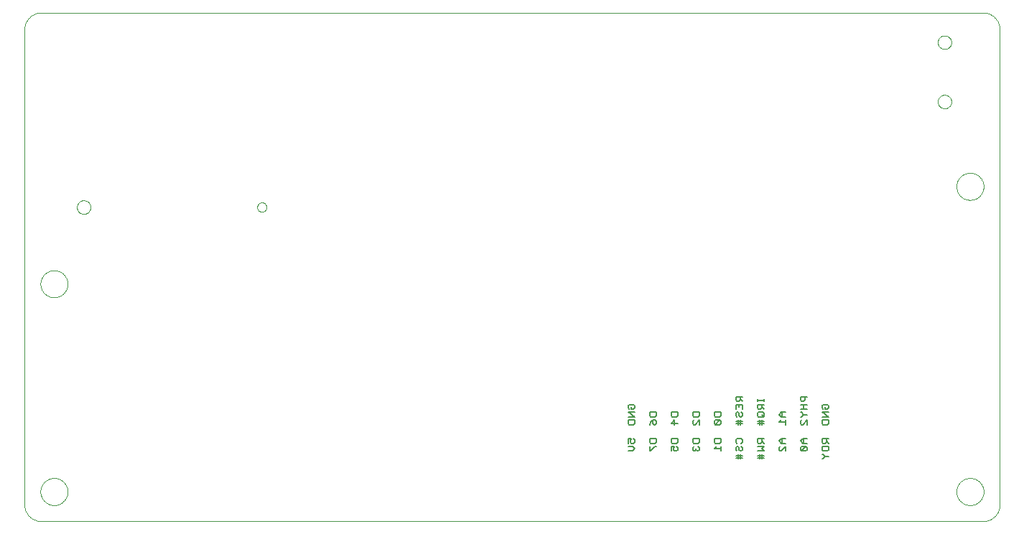
<source format=gbo>
G75*
%MOMM*%
%OFA0B0*%
%FSLAX33Y33*%
%IPPOS*%
%LPD*%
%AMOC8*
5,1,8,0,0,1.08239X$1,22.5*
%
%ADD10C,0.000*%
%ADD11C,0.203*%
D10*
X02354Y00354D02*
X113354Y00354D01*
X113441Y00356D01*
X113528Y00362D01*
X113615Y00371D01*
X113701Y00384D01*
X113787Y00401D01*
X113872Y00422D01*
X113955Y00447D01*
X114038Y00475D01*
X114119Y00506D01*
X114199Y00541D01*
X114277Y00580D01*
X114354Y00622D01*
X114429Y00667D01*
X114501Y00716D01*
X114572Y00767D01*
X114640Y00822D01*
X114705Y00879D01*
X114768Y00940D01*
X114829Y01003D01*
X114886Y01068D01*
X114941Y01136D01*
X114992Y01207D01*
X115041Y01279D01*
X115086Y01354D01*
X115128Y01431D01*
X115167Y01509D01*
X115202Y01589D01*
X115233Y01670D01*
X115261Y01753D01*
X115286Y01836D01*
X115307Y01921D01*
X115324Y02007D01*
X115337Y02093D01*
X115346Y02180D01*
X115352Y02267D01*
X115354Y02354D01*
X115354Y58354D01*
X115352Y58441D01*
X115346Y58528D01*
X115337Y58615D01*
X115324Y58701D01*
X115307Y58787D01*
X115286Y58872D01*
X115261Y58955D01*
X115233Y59038D01*
X115202Y59119D01*
X115167Y59199D01*
X115128Y59277D01*
X115086Y59354D01*
X115041Y59429D01*
X114992Y59501D01*
X114941Y59572D01*
X114886Y59640D01*
X114829Y59705D01*
X114768Y59768D01*
X114705Y59829D01*
X114640Y59886D01*
X114572Y59941D01*
X114501Y59992D01*
X114429Y60041D01*
X114354Y60086D01*
X114277Y60128D01*
X114199Y60167D01*
X114119Y60202D01*
X114038Y60233D01*
X113955Y60261D01*
X113872Y60286D01*
X113787Y60307D01*
X113701Y60324D01*
X113615Y60337D01*
X113528Y60346D01*
X113441Y60352D01*
X113354Y60354D01*
X02354Y60354D01*
X02267Y60352D01*
X02180Y60346D01*
X02093Y60337D01*
X02007Y60324D01*
X01921Y60307D01*
X01836Y60286D01*
X01753Y60261D01*
X01670Y60233D01*
X01589Y60202D01*
X01509Y60167D01*
X01431Y60128D01*
X01354Y60086D01*
X01279Y60041D01*
X01207Y59992D01*
X01136Y59941D01*
X01068Y59886D01*
X01003Y59829D01*
X00940Y59768D01*
X00879Y59705D01*
X00822Y59640D01*
X00767Y59572D01*
X00716Y59501D01*
X00667Y59429D01*
X00622Y59354D01*
X00580Y59277D01*
X00541Y59199D01*
X00506Y59119D01*
X00475Y59038D01*
X00447Y58955D01*
X00422Y58872D01*
X00401Y58787D01*
X00384Y58701D01*
X00371Y58615D01*
X00362Y58528D01*
X00356Y58441D01*
X00354Y58354D01*
X00354Y02354D01*
X00356Y02267D01*
X00362Y02180D01*
X00371Y02093D01*
X00384Y02007D01*
X00401Y01921D01*
X00422Y01836D01*
X00447Y01753D01*
X00475Y01670D01*
X00506Y01589D01*
X00541Y01509D01*
X00580Y01431D01*
X00622Y01354D01*
X00667Y01279D01*
X00716Y01207D01*
X00767Y01136D01*
X00822Y01068D01*
X00879Y01003D01*
X00940Y00940D01*
X01003Y00879D01*
X01068Y00822D01*
X01136Y00767D01*
X01207Y00716D01*
X01279Y00667D01*
X01354Y00622D01*
X01431Y00580D01*
X01509Y00541D01*
X01589Y00506D01*
X01670Y00475D01*
X01753Y00447D01*
X01836Y00422D01*
X01921Y00401D01*
X02007Y00384D01*
X02093Y00371D01*
X02180Y00362D01*
X02267Y00356D01*
X02354Y00354D01*
X02254Y03854D02*
X02256Y03934D01*
X02262Y04013D01*
X02272Y04092D01*
X02286Y04171D01*
X02303Y04249D01*
X02325Y04326D01*
X02350Y04401D01*
X02380Y04475D01*
X02412Y04548D01*
X02449Y04619D01*
X02489Y04688D01*
X02532Y04755D01*
X02579Y04820D01*
X02628Y04882D01*
X02681Y04942D01*
X02737Y04999D01*
X02795Y05054D01*
X02856Y05105D01*
X02920Y05153D01*
X02986Y05198D01*
X03054Y05240D01*
X03124Y05278D01*
X03196Y05312D01*
X03269Y05343D01*
X03344Y05371D01*
X03421Y05394D01*
X03498Y05414D01*
X03576Y05430D01*
X03655Y05442D01*
X03734Y05450D01*
X03814Y05454D01*
X03894Y05454D01*
X03974Y05450D01*
X04053Y05442D01*
X04132Y05430D01*
X04210Y05414D01*
X04287Y05394D01*
X04364Y05371D01*
X04439Y05343D01*
X04512Y05312D01*
X04584Y05278D01*
X04654Y05240D01*
X04722Y05198D01*
X04788Y05153D01*
X04852Y05105D01*
X04913Y05054D01*
X04971Y04999D01*
X05027Y04942D01*
X05080Y04882D01*
X05129Y04820D01*
X05176Y04755D01*
X05219Y04688D01*
X05259Y04619D01*
X05296Y04548D01*
X05328Y04475D01*
X05358Y04401D01*
X05383Y04326D01*
X05405Y04249D01*
X05422Y04171D01*
X05436Y04092D01*
X05446Y04013D01*
X05452Y03934D01*
X05454Y03854D01*
X05452Y03774D01*
X05446Y03695D01*
X05436Y03616D01*
X05422Y03537D01*
X05405Y03459D01*
X05383Y03382D01*
X05358Y03307D01*
X05328Y03233D01*
X05296Y03160D01*
X05259Y03089D01*
X05219Y03020D01*
X05176Y02953D01*
X05129Y02888D01*
X05080Y02826D01*
X05027Y02766D01*
X04971Y02709D01*
X04913Y02654D01*
X04852Y02603D01*
X04788Y02555D01*
X04722Y02510D01*
X04654Y02468D01*
X04584Y02430D01*
X04512Y02396D01*
X04439Y02365D01*
X04364Y02337D01*
X04287Y02314D01*
X04210Y02294D01*
X04132Y02278D01*
X04053Y02266D01*
X03974Y02258D01*
X03894Y02254D01*
X03814Y02254D01*
X03734Y02258D01*
X03655Y02266D01*
X03576Y02278D01*
X03498Y02294D01*
X03421Y02314D01*
X03344Y02337D01*
X03269Y02365D01*
X03196Y02396D01*
X03124Y02430D01*
X03054Y02468D01*
X02986Y02510D01*
X02920Y02555D01*
X02856Y02603D01*
X02795Y02654D01*
X02737Y02709D01*
X02681Y02766D01*
X02628Y02826D01*
X02579Y02888D01*
X02532Y02953D01*
X02489Y03020D01*
X02449Y03089D01*
X02412Y03160D01*
X02380Y03233D01*
X02350Y03307D01*
X02325Y03382D01*
X02303Y03459D01*
X02286Y03537D01*
X02272Y03616D01*
X02262Y03695D01*
X02256Y03774D01*
X02254Y03854D01*
X02254Y28354D02*
X02256Y28434D01*
X02262Y28513D01*
X02272Y28592D01*
X02286Y28671D01*
X02303Y28749D01*
X02325Y28826D01*
X02350Y28901D01*
X02380Y28975D01*
X02412Y29048D01*
X02449Y29119D01*
X02489Y29188D01*
X02532Y29255D01*
X02579Y29320D01*
X02628Y29382D01*
X02681Y29442D01*
X02737Y29499D01*
X02795Y29554D01*
X02856Y29605D01*
X02920Y29653D01*
X02986Y29698D01*
X03054Y29740D01*
X03124Y29778D01*
X03196Y29812D01*
X03269Y29843D01*
X03344Y29871D01*
X03421Y29894D01*
X03498Y29914D01*
X03576Y29930D01*
X03655Y29942D01*
X03734Y29950D01*
X03814Y29954D01*
X03894Y29954D01*
X03974Y29950D01*
X04053Y29942D01*
X04132Y29930D01*
X04210Y29914D01*
X04287Y29894D01*
X04364Y29871D01*
X04439Y29843D01*
X04512Y29812D01*
X04584Y29778D01*
X04654Y29740D01*
X04722Y29698D01*
X04788Y29653D01*
X04852Y29605D01*
X04913Y29554D01*
X04971Y29499D01*
X05027Y29442D01*
X05080Y29382D01*
X05129Y29320D01*
X05176Y29255D01*
X05219Y29188D01*
X05259Y29119D01*
X05296Y29048D01*
X05328Y28975D01*
X05358Y28901D01*
X05383Y28826D01*
X05405Y28749D01*
X05422Y28671D01*
X05436Y28592D01*
X05446Y28513D01*
X05452Y28434D01*
X05454Y28354D01*
X05452Y28274D01*
X05446Y28195D01*
X05436Y28116D01*
X05422Y28037D01*
X05405Y27959D01*
X05383Y27882D01*
X05358Y27807D01*
X05328Y27733D01*
X05296Y27660D01*
X05259Y27589D01*
X05219Y27520D01*
X05176Y27453D01*
X05129Y27388D01*
X05080Y27326D01*
X05027Y27266D01*
X04971Y27209D01*
X04913Y27154D01*
X04852Y27103D01*
X04788Y27055D01*
X04722Y27010D01*
X04654Y26968D01*
X04584Y26930D01*
X04512Y26896D01*
X04439Y26865D01*
X04364Y26837D01*
X04287Y26814D01*
X04210Y26794D01*
X04132Y26778D01*
X04053Y26766D01*
X03974Y26758D01*
X03894Y26754D01*
X03814Y26754D01*
X03734Y26758D01*
X03655Y26766D01*
X03576Y26778D01*
X03498Y26794D01*
X03421Y26814D01*
X03344Y26837D01*
X03269Y26865D01*
X03196Y26896D01*
X03124Y26930D01*
X03054Y26968D01*
X02986Y27010D01*
X02920Y27055D01*
X02856Y27103D01*
X02795Y27154D01*
X02737Y27209D01*
X02681Y27266D01*
X02628Y27326D01*
X02579Y27388D01*
X02532Y27453D01*
X02489Y27520D01*
X02449Y27589D01*
X02412Y27660D01*
X02380Y27733D01*
X02350Y27807D01*
X02325Y27882D01*
X02303Y27959D01*
X02286Y28037D01*
X02272Y28116D01*
X02262Y28195D01*
X02256Y28274D01*
X02254Y28354D01*
X06554Y37404D02*
X06556Y37460D01*
X06562Y37517D01*
X06572Y37572D01*
X06586Y37627D01*
X06603Y37681D01*
X06625Y37733D01*
X06650Y37783D01*
X06678Y37832D01*
X06710Y37879D01*
X06745Y37923D01*
X06783Y37965D01*
X06824Y38004D01*
X06868Y38039D01*
X06914Y38072D01*
X06962Y38101D01*
X07012Y38127D01*
X07064Y38150D01*
X07118Y38168D01*
X07172Y38183D01*
X07227Y38194D01*
X07283Y38201D01*
X07340Y38204D01*
X07396Y38203D01*
X07453Y38198D01*
X07508Y38189D01*
X07563Y38176D01*
X07617Y38159D01*
X07670Y38139D01*
X07721Y38115D01*
X07770Y38087D01*
X07817Y38056D01*
X07862Y38022D01*
X07905Y37984D01*
X07944Y37944D01*
X07981Y37901D01*
X08014Y37856D01*
X08044Y37808D01*
X08071Y37758D01*
X08094Y37707D01*
X08114Y37654D01*
X08130Y37600D01*
X08142Y37544D01*
X08150Y37489D01*
X08154Y37432D01*
X08154Y37376D01*
X08150Y37319D01*
X08142Y37264D01*
X08130Y37208D01*
X08114Y37154D01*
X08094Y37101D01*
X08071Y37050D01*
X08044Y37000D01*
X08014Y36952D01*
X07981Y36907D01*
X07944Y36864D01*
X07905Y36824D01*
X07862Y36786D01*
X07817Y36752D01*
X07770Y36721D01*
X07721Y36693D01*
X07670Y36669D01*
X07617Y36649D01*
X07563Y36632D01*
X07508Y36619D01*
X07453Y36610D01*
X07396Y36605D01*
X07340Y36604D01*
X07283Y36607D01*
X07227Y36614D01*
X07172Y36625D01*
X07118Y36640D01*
X07064Y36658D01*
X07012Y36681D01*
X06962Y36707D01*
X06914Y36736D01*
X06868Y36769D01*
X06824Y36804D01*
X06783Y36843D01*
X06745Y36885D01*
X06710Y36929D01*
X06678Y36976D01*
X06650Y37025D01*
X06625Y37075D01*
X06603Y37127D01*
X06586Y37181D01*
X06572Y37236D01*
X06562Y37291D01*
X06556Y37348D01*
X06554Y37404D01*
X27804Y37404D02*
X27806Y37451D01*
X27812Y37497D01*
X27822Y37543D01*
X27835Y37587D01*
X27853Y37631D01*
X27874Y37672D01*
X27898Y37712D01*
X27926Y37750D01*
X27957Y37785D01*
X27991Y37817D01*
X28027Y37846D01*
X28066Y37872D01*
X28106Y37895D01*
X28149Y37914D01*
X28193Y37930D01*
X28238Y37942D01*
X28284Y37950D01*
X28331Y37954D01*
X28377Y37954D01*
X28424Y37950D01*
X28470Y37942D01*
X28515Y37930D01*
X28559Y37914D01*
X28602Y37895D01*
X28642Y37872D01*
X28681Y37846D01*
X28717Y37817D01*
X28751Y37785D01*
X28782Y37750D01*
X28810Y37712D01*
X28834Y37672D01*
X28855Y37631D01*
X28873Y37587D01*
X28886Y37543D01*
X28896Y37497D01*
X28902Y37451D01*
X28904Y37404D01*
X28902Y37357D01*
X28896Y37311D01*
X28886Y37265D01*
X28873Y37221D01*
X28855Y37177D01*
X28834Y37136D01*
X28810Y37096D01*
X28782Y37058D01*
X28751Y37023D01*
X28717Y36991D01*
X28681Y36962D01*
X28642Y36936D01*
X28602Y36913D01*
X28559Y36894D01*
X28515Y36878D01*
X28470Y36866D01*
X28424Y36858D01*
X28377Y36854D01*
X28331Y36854D01*
X28284Y36858D01*
X28238Y36866D01*
X28193Y36878D01*
X28149Y36894D01*
X28106Y36913D01*
X28066Y36936D01*
X28027Y36962D01*
X27991Y36991D01*
X27957Y37023D01*
X27926Y37058D01*
X27898Y37096D01*
X27874Y37136D01*
X27853Y37177D01*
X27835Y37221D01*
X27822Y37265D01*
X27812Y37311D01*
X27806Y37357D01*
X27804Y37404D01*
X108054Y49854D02*
X108056Y49910D01*
X108062Y49967D01*
X108072Y50022D01*
X108086Y50077D01*
X108103Y50131D01*
X108125Y50183D01*
X108150Y50233D01*
X108178Y50282D01*
X108210Y50329D01*
X108245Y50373D01*
X108283Y50415D01*
X108324Y50454D01*
X108368Y50489D01*
X108414Y50522D01*
X108462Y50551D01*
X108512Y50577D01*
X108564Y50600D01*
X108618Y50618D01*
X108672Y50633D01*
X108727Y50644D01*
X108783Y50651D01*
X108840Y50654D01*
X108896Y50653D01*
X108953Y50648D01*
X109008Y50639D01*
X109063Y50626D01*
X109117Y50609D01*
X109170Y50589D01*
X109221Y50565D01*
X109270Y50537D01*
X109317Y50506D01*
X109362Y50472D01*
X109405Y50434D01*
X109444Y50394D01*
X109481Y50351D01*
X109514Y50306D01*
X109544Y50258D01*
X109571Y50208D01*
X109594Y50157D01*
X109614Y50104D01*
X109630Y50050D01*
X109642Y49994D01*
X109650Y49939D01*
X109654Y49882D01*
X109654Y49826D01*
X109650Y49769D01*
X109642Y49714D01*
X109630Y49658D01*
X109614Y49604D01*
X109594Y49551D01*
X109571Y49500D01*
X109544Y49450D01*
X109514Y49402D01*
X109481Y49357D01*
X109444Y49314D01*
X109405Y49274D01*
X109362Y49236D01*
X109317Y49202D01*
X109270Y49171D01*
X109221Y49143D01*
X109170Y49119D01*
X109117Y49099D01*
X109063Y49082D01*
X109008Y49069D01*
X108953Y49060D01*
X108896Y49055D01*
X108840Y49054D01*
X108783Y49057D01*
X108727Y49064D01*
X108672Y49075D01*
X108618Y49090D01*
X108564Y49108D01*
X108512Y49131D01*
X108462Y49157D01*
X108414Y49186D01*
X108368Y49219D01*
X108324Y49254D01*
X108283Y49293D01*
X108245Y49335D01*
X108210Y49379D01*
X108178Y49426D01*
X108150Y49475D01*
X108125Y49525D01*
X108103Y49577D01*
X108086Y49631D01*
X108072Y49686D01*
X108062Y49741D01*
X108056Y49798D01*
X108054Y49854D01*
X108054Y56854D02*
X108056Y56910D01*
X108062Y56967D01*
X108072Y57022D01*
X108086Y57077D01*
X108103Y57131D01*
X108125Y57183D01*
X108150Y57233D01*
X108178Y57282D01*
X108210Y57329D01*
X108245Y57373D01*
X108283Y57415D01*
X108324Y57454D01*
X108368Y57489D01*
X108414Y57522D01*
X108462Y57551D01*
X108512Y57577D01*
X108564Y57600D01*
X108618Y57618D01*
X108672Y57633D01*
X108727Y57644D01*
X108783Y57651D01*
X108840Y57654D01*
X108896Y57653D01*
X108953Y57648D01*
X109008Y57639D01*
X109063Y57626D01*
X109117Y57609D01*
X109170Y57589D01*
X109221Y57565D01*
X109270Y57537D01*
X109317Y57506D01*
X109362Y57472D01*
X109405Y57434D01*
X109444Y57394D01*
X109481Y57351D01*
X109514Y57306D01*
X109544Y57258D01*
X109571Y57208D01*
X109594Y57157D01*
X109614Y57104D01*
X109630Y57050D01*
X109642Y56994D01*
X109650Y56939D01*
X109654Y56882D01*
X109654Y56826D01*
X109650Y56769D01*
X109642Y56714D01*
X109630Y56658D01*
X109614Y56604D01*
X109594Y56551D01*
X109571Y56500D01*
X109544Y56450D01*
X109514Y56402D01*
X109481Y56357D01*
X109444Y56314D01*
X109405Y56274D01*
X109362Y56236D01*
X109317Y56202D01*
X109270Y56171D01*
X109221Y56143D01*
X109170Y56119D01*
X109117Y56099D01*
X109063Y56082D01*
X109008Y56069D01*
X108953Y56060D01*
X108896Y56055D01*
X108840Y56054D01*
X108783Y56057D01*
X108727Y56064D01*
X108672Y56075D01*
X108618Y56090D01*
X108564Y56108D01*
X108512Y56131D01*
X108462Y56157D01*
X108414Y56186D01*
X108368Y56219D01*
X108324Y56254D01*
X108283Y56293D01*
X108245Y56335D01*
X108210Y56379D01*
X108178Y56426D01*
X108150Y56475D01*
X108125Y56525D01*
X108103Y56577D01*
X108086Y56631D01*
X108072Y56686D01*
X108062Y56741D01*
X108056Y56798D01*
X108054Y56854D01*
X110254Y39854D02*
X110256Y39934D01*
X110262Y40013D01*
X110272Y40092D01*
X110286Y40171D01*
X110303Y40249D01*
X110325Y40326D01*
X110350Y40401D01*
X110380Y40475D01*
X110412Y40548D01*
X110449Y40619D01*
X110489Y40688D01*
X110532Y40755D01*
X110579Y40820D01*
X110628Y40882D01*
X110681Y40942D01*
X110737Y40999D01*
X110795Y41054D01*
X110856Y41105D01*
X110920Y41153D01*
X110986Y41198D01*
X111054Y41240D01*
X111124Y41278D01*
X111196Y41312D01*
X111269Y41343D01*
X111344Y41371D01*
X111421Y41394D01*
X111498Y41414D01*
X111576Y41430D01*
X111655Y41442D01*
X111734Y41450D01*
X111814Y41454D01*
X111894Y41454D01*
X111974Y41450D01*
X112053Y41442D01*
X112132Y41430D01*
X112210Y41414D01*
X112287Y41394D01*
X112364Y41371D01*
X112439Y41343D01*
X112512Y41312D01*
X112584Y41278D01*
X112654Y41240D01*
X112722Y41198D01*
X112788Y41153D01*
X112852Y41105D01*
X112913Y41054D01*
X112971Y40999D01*
X113027Y40942D01*
X113080Y40882D01*
X113129Y40820D01*
X113176Y40755D01*
X113219Y40688D01*
X113259Y40619D01*
X113296Y40548D01*
X113328Y40475D01*
X113358Y40401D01*
X113383Y40326D01*
X113405Y40249D01*
X113422Y40171D01*
X113436Y40092D01*
X113446Y40013D01*
X113452Y39934D01*
X113454Y39854D01*
X113452Y39774D01*
X113446Y39695D01*
X113436Y39616D01*
X113422Y39537D01*
X113405Y39459D01*
X113383Y39382D01*
X113358Y39307D01*
X113328Y39233D01*
X113296Y39160D01*
X113259Y39089D01*
X113219Y39020D01*
X113176Y38953D01*
X113129Y38888D01*
X113080Y38826D01*
X113027Y38766D01*
X112971Y38709D01*
X112913Y38654D01*
X112852Y38603D01*
X112788Y38555D01*
X112722Y38510D01*
X112654Y38468D01*
X112584Y38430D01*
X112512Y38396D01*
X112439Y38365D01*
X112364Y38337D01*
X112287Y38314D01*
X112210Y38294D01*
X112132Y38278D01*
X112053Y38266D01*
X111974Y38258D01*
X111894Y38254D01*
X111814Y38254D01*
X111734Y38258D01*
X111655Y38266D01*
X111576Y38278D01*
X111498Y38294D01*
X111421Y38314D01*
X111344Y38337D01*
X111269Y38365D01*
X111196Y38396D01*
X111124Y38430D01*
X111054Y38468D01*
X110986Y38510D01*
X110920Y38555D01*
X110856Y38603D01*
X110795Y38654D01*
X110737Y38709D01*
X110681Y38766D01*
X110628Y38826D01*
X110579Y38888D01*
X110532Y38953D01*
X110489Y39020D01*
X110449Y39089D01*
X110412Y39160D01*
X110380Y39233D01*
X110350Y39307D01*
X110325Y39382D01*
X110303Y39459D01*
X110286Y39537D01*
X110272Y39616D01*
X110262Y39695D01*
X110256Y39774D01*
X110254Y39854D01*
X110254Y03854D02*
X110256Y03934D01*
X110262Y04013D01*
X110272Y04092D01*
X110286Y04171D01*
X110303Y04249D01*
X110325Y04326D01*
X110350Y04401D01*
X110380Y04475D01*
X110412Y04548D01*
X110449Y04619D01*
X110489Y04688D01*
X110532Y04755D01*
X110579Y04820D01*
X110628Y04882D01*
X110681Y04942D01*
X110737Y04999D01*
X110795Y05054D01*
X110856Y05105D01*
X110920Y05153D01*
X110986Y05198D01*
X111054Y05240D01*
X111124Y05278D01*
X111196Y05312D01*
X111269Y05343D01*
X111344Y05371D01*
X111421Y05394D01*
X111498Y05414D01*
X111576Y05430D01*
X111655Y05442D01*
X111734Y05450D01*
X111814Y05454D01*
X111894Y05454D01*
X111974Y05450D01*
X112053Y05442D01*
X112132Y05430D01*
X112210Y05414D01*
X112287Y05394D01*
X112364Y05371D01*
X112439Y05343D01*
X112512Y05312D01*
X112584Y05278D01*
X112654Y05240D01*
X112722Y05198D01*
X112788Y05153D01*
X112852Y05105D01*
X112913Y05054D01*
X112971Y04999D01*
X113027Y04942D01*
X113080Y04882D01*
X113129Y04820D01*
X113176Y04755D01*
X113219Y04688D01*
X113259Y04619D01*
X113296Y04548D01*
X113328Y04475D01*
X113358Y04401D01*
X113383Y04326D01*
X113405Y04249D01*
X113422Y04171D01*
X113436Y04092D01*
X113446Y04013D01*
X113452Y03934D01*
X113454Y03854D01*
X113452Y03774D01*
X113446Y03695D01*
X113436Y03616D01*
X113422Y03537D01*
X113405Y03459D01*
X113383Y03382D01*
X113358Y03307D01*
X113328Y03233D01*
X113296Y03160D01*
X113259Y03089D01*
X113219Y03020D01*
X113176Y02953D01*
X113129Y02888D01*
X113080Y02826D01*
X113027Y02766D01*
X112971Y02709D01*
X112913Y02654D01*
X112852Y02603D01*
X112788Y02555D01*
X112722Y02510D01*
X112654Y02468D01*
X112584Y02430D01*
X112512Y02396D01*
X112439Y02365D01*
X112364Y02337D01*
X112287Y02314D01*
X112210Y02294D01*
X112132Y02278D01*
X112053Y02266D01*
X111974Y02258D01*
X111894Y02254D01*
X111814Y02254D01*
X111734Y02258D01*
X111655Y02266D01*
X111576Y02278D01*
X111498Y02294D01*
X111421Y02314D01*
X111344Y02337D01*
X111269Y02365D01*
X111196Y02396D01*
X111124Y02430D01*
X111054Y02468D01*
X110986Y02510D01*
X110920Y02555D01*
X110856Y02603D01*
X110795Y02654D01*
X110737Y02709D01*
X110681Y02766D01*
X110628Y02826D01*
X110579Y02888D01*
X110532Y02953D01*
X110489Y03020D01*
X110449Y03089D01*
X110412Y03160D01*
X110380Y03233D01*
X110350Y03307D01*
X110325Y03382D01*
X110303Y03459D01*
X110286Y03537D01*
X110272Y03616D01*
X110262Y03695D01*
X110256Y03774D01*
X110254Y03854D01*
D11*
X95185Y07988D02*
X94786Y07988D01*
X94520Y07722D01*
X94387Y07722D01*
X94786Y07988D02*
X94520Y08253D01*
X94387Y08253D01*
X94520Y08642D02*
X94387Y08775D01*
X94387Y09174D01*
X95185Y09174D01*
X95185Y08775D01*
X95052Y08642D01*
X94520Y08642D01*
X94520Y09563D02*
X94786Y09563D01*
X94919Y09696D01*
X94919Y10095D01*
X95185Y10095D02*
X94387Y10095D01*
X94387Y09696D01*
X94520Y09563D01*
X94919Y09829D02*
X95185Y09563D01*
X92645Y09563D02*
X92113Y09563D01*
X91847Y09829D01*
X92113Y10095D01*
X92645Y10095D01*
X92246Y10095D02*
X92246Y09563D01*
X91980Y09174D02*
X91847Y09041D01*
X91847Y08775D01*
X91980Y08642D01*
X92512Y09174D01*
X92645Y09041D01*
X92645Y08775D01*
X92512Y08642D01*
X91980Y08642D01*
X91980Y09174D02*
X92512Y09174D01*
X90105Y09174D02*
X89573Y08642D01*
X89440Y08642D01*
X89307Y08775D01*
X89307Y09041D01*
X89440Y09174D01*
X89573Y09563D02*
X90105Y09563D01*
X90105Y09174D02*
X90105Y08642D01*
X89706Y09563D02*
X89706Y10095D01*
X89573Y10095D02*
X89307Y09829D01*
X89573Y09563D01*
X89573Y10095D02*
X90105Y10095D01*
X90105Y11754D02*
X90105Y12286D01*
X90105Y12020D02*
X89307Y12020D01*
X89573Y12286D01*
X89573Y12675D02*
X90105Y12675D01*
X89706Y12675D02*
X89706Y13206D01*
X89573Y13206D02*
X89307Y12941D01*
X89573Y12675D01*
X89573Y13206D02*
X90105Y13206D01*
X91847Y13206D02*
X91980Y13206D01*
X92246Y12941D01*
X92645Y12941D01*
X92246Y12941D02*
X91980Y12675D01*
X91847Y12675D01*
X91980Y12286D02*
X91847Y12153D01*
X91847Y11887D01*
X91980Y11754D01*
X92113Y11754D01*
X92645Y12286D01*
X92645Y11754D01*
X94387Y11887D02*
X94387Y12286D01*
X95185Y12286D01*
X95185Y11887D01*
X95052Y11754D01*
X94520Y11754D01*
X94387Y11887D01*
X94387Y12675D02*
X95185Y12675D01*
X94387Y13206D01*
X95185Y13206D01*
X95052Y13596D02*
X94786Y13596D01*
X94786Y13861D01*
X94520Y13596D02*
X94387Y13729D01*
X94387Y13994D01*
X94520Y14127D01*
X95052Y14127D01*
X95185Y13994D01*
X95185Y13729D01*
X95052Y13596D01*
X92645Y13596D02*
X91847Y13596D01*
X92246Y13596D02*
X92246Y14127D01*
X92246Y14516D02*
X92379Y14649D01*
X92379Y15048D01*
X92645Y15048D02*
X91847Y15048D01*
X91847Y14649D01*
X91980Y14516D01*
X92246Y14516D01*
X92645Y14127D02*
X91847Y14127D01*
X87565Y14127D02*
X86767Y14127D01*
X86767Y13729D01*
X86900Y13596D01*
X87166Y13596D01*
X87299Y13729D01*
X87299Y14127D01*
X87299Y13861D02*
X87565Y13596D01*
X87432Y13206D02*
X87565Y13074D01*
X87565Y12808D01*
X87432Y12675D01*
X86900Y12675D01*
X86767Y12808D01*
X86767Y13074D01*
X86900Y13206D01*
X87432Y13206D01*
X87299Y12941D02*
X87565Y12675D01*
X87299Y12286D02*
X87299Y11754D01*
X87033Y11754D02*
X87033Y11887D01*
X87033Y12286D01*
X86767Y12153D02*
X87565Y12153D01*
X87565Y11887D02*
X86767Y11887D01*
X85025Y11887D02*
X84227Y11887D01*
X84227Y12153D02*
X85025Y12153D01*
X84759Y12286D02*
X84759Y11754D01*
X84493Y11754D02*
X84493Y11887D01*
X84493Y12286D01*
X84360Y12675D02*
X84227Y12808D01*
X84227Y13074D01*
X84360Y13206D01*
X84493Y13206D01*
X84626Y13074D01*
X84626Y12808D01*
X84759Y12675D01*
X84892Y12675D01*
X85025Y12808D01*
X85025Y13074D01*
X84892Y13206D01*
X85025Y13596D02*
X85025Y14127D01*
X84227Y14127D01*
X84227Y13596D01*
X84626Y13861D02*
X84626Y14127D01*
X84626Y14516D02*
X84759Y14649D01*
X84759Y15048D01*
X84759Y14782D02*
X85025Y14516D01*
X84626Y14516D02*
X84360Y14516D01*
X84227Y14649D01*
X84227Y15048D01*
X85025Y15048D01*
X86767Y14741D02*
X86767Y14475D01*
X86767Y14608D02*
X87565Y14608D01*
X87565Y14741D02*
X87565Y14475D01*
X82485Y13206D02*
X82485Y12808D01*
X82352Y12675D01*
X81820Y12675D01*
X81687Y12808D01*
X81687Y13206D01*
X82485Y13206D01*
X82352Y12286D02*
X81820Y12286D01*
X81687Y12153D01*
X81687Y11887D01*
X81820Y11754D01*
X82352Y12286D01*
X82485Y12153D01*
X82485Y11887D01*
X82352Y11754D01*
X81820Y11754D01*
X79945Y11754D02*
X79945Y12286D01*
X79413Y11754D01*
X79280Y11754D01*
X79147Y11887D01*
X79147Y12153D01*
X79280Y12286D01*
X79280Y12675D02*
X79147Y12808D01*
X79147Y13206D01*
X79945Y13206D01*
X79945Y12808D01*
X79812Y12675D01*
X79280Y12675D01*
X77405Y12808D02*
X77272Y12675D01*
X76740Y12675D01*
X76607Y12808D01*
X76607Y13206D01*
X77405Y13206D01*
X77405Y12808D01*
X77006Y12286D02*
X77006Y11754D01*
X76607Y11887D02*
X77006Y12286D01*
X77405Y11887D02*
X76607Y11887D01*
X74865Y11887D02*
X74732Y11754D01*
X74599Y11754D01*
X74466Y11887D01*
X74466Y12286D01*
X74732Y12286D01*
X74865Y12153D01*
X74865Y11887D01*
X74466Y12286D02*
X74200Y12020D01*
X74067Y11754D01*
X74200Y12675D02*
X74067Y12808D01*
X74067Y13206D01*
X74865Y13206D01*
X74865Y12808D01*
X74732Y12675D01*
X74200Y12675D01*
X72325Y12675D02*
X71527Y12675D01*
X71527Y12286D02*
X71527Y11887D01*
X71660Y11754D01*
X72192Y11754D01*
X72325Y11887D01*
X72325Y12286D01*
X71527Y12286D01*
X72325Y12675D02*
X71527Y13206D01*
X72325Y13206D01*
X72192Y13596D02*
X71926Y13596D01*
X71926Y13861D01*
X71660Y13596D02*
X71527Y13729D01*
X71527Y13994D01*
X71660Y14127D01*
X72192Y14127D01*
X72325Y13994D01*
X72325Y13729D01*
X72192Y13596D01*
X72192Y10095D02*
X72325Y09962D01*
X72325Y09696D01*
X72192Y09563D01*
X71926Y09563D01*
X71793Y09696D01*
X71793Y09829D01*
X71926Y10095D01*
X71527Y10095D01*
X71527Y09563D01*
X71527Y09174D02*
X72059Y09174D01*
X72325Y08908D01*
X72059Y08642D01*
X71527Y08642D01*
X74067Y08642D02*
X74200Y08642D01*
X74732Y09174D01*
X74865Y09174D01*
X74732Y09563D02*
X74200Y09563D01*
X74067Y09696D01*
X74067Y10095D01*
X74865Y10095D01*
X74865Y09696D01*
X74732Y09563D01*
X74067Y09174D02*
X74067Y08642D01*
X76607Y08642D02*
X76607Y09174D01*
X77006Y09174D01*
X76873Y08908D01*
X76873Y08775D01*
X77006Y08642D01*
X77272Y08642D01*
X77405Y08775D01*
X77405Y09041D01*
X77272Y09174D01*
X77272Y09563D02*
X76740Y09563D01*
X76607Y09696D01*
X76607Y10095D01*
X77405Y10095D01*
X77405Y09696D01*
X77272Y09563D01*
X79147Y09696D02*
X79147Y10095D01*
X79945Y10095D01*
X79945Y09696D01*
X79812Y09563D01*
X79280Y09563D01*
X79147Y09696D01*
X79280Y09174D02*
X79147Y09041D01*
X79147Y08775D01*
X79280Y08642D01*
X79413Y08642D01*
X79546Y08775D01*
X79679Y08642D01*
X79812Y08642D01*
X79945Y08775D01*
X79945Y09041D01*
X79812Y09174D01*
X79546Y08908D02*
X79546Y08775D01*
X81687Y08908D02*
X82485Y08908D01*
X82485Y09174D02*
X82485Y08642D01*
X81953Y09174D02*
X81687Y08908D01*
X81820Y09563D02*
X81687Y09696D01*
X81687Y10095D01*
X82485Y10095D01*
X82485Y09696D01*
X82352Y09563D01*
X81820Y09563D01*
X84227Y09696D02*
X84227Y09962D01*
X84360Y10095D01*
X84892Y10095D01*
X85025Y09962D01*
X85025Y09696D01*
X84892Y09563D01*
X84892Y09174D02*
X85025Y09041D01*
X85025Y08775D01*
X84892Y08642D01*
X84759Y08642D01*
X84626Y08775D01*
X84626Y09041D01*
X84493Y09174D01*
X84360Y09174D01*
X84227Y09041D01*
X84227Y08775D01*
X84360Y08642D01*
X84493Y08253D02*
X84493Y07855D01*
X84493Y07722D01*
X84759Y07722D02*
X84759Y08253D01*
X85025Y08120D02*
X84227Y08120D01*
X84227Y07855D02*
X85025Y07855D01*
X86767Y07855D02*
X87565Y07855D01*
X87565Y08120D02*
X86767Y08120D01*
X87033Y08253D02*
X87033Y07855D01*
X87033Y07722D01*
X87299Y07722D02*
X87299Y08253D01*
X87565Y08642D02*
X86767Y08642D01*
X86767Y09174D02*
X87565Y09174D01*
X87299Y08908D01*
X87565Y08642D01*
X87565Y09563D02*
X87299Y09829D01*
X87299Y09696D02*
X87299Y10095D01*
X87565Y10095D02*
X86767Y10095D01*
X86767Y09696D01*
X86900Y09563D01*
X87166Y09563D01*
X87299Y09696D01*
X84360Y09563D02*
X84227Y09696D01*
M02*

</source>
